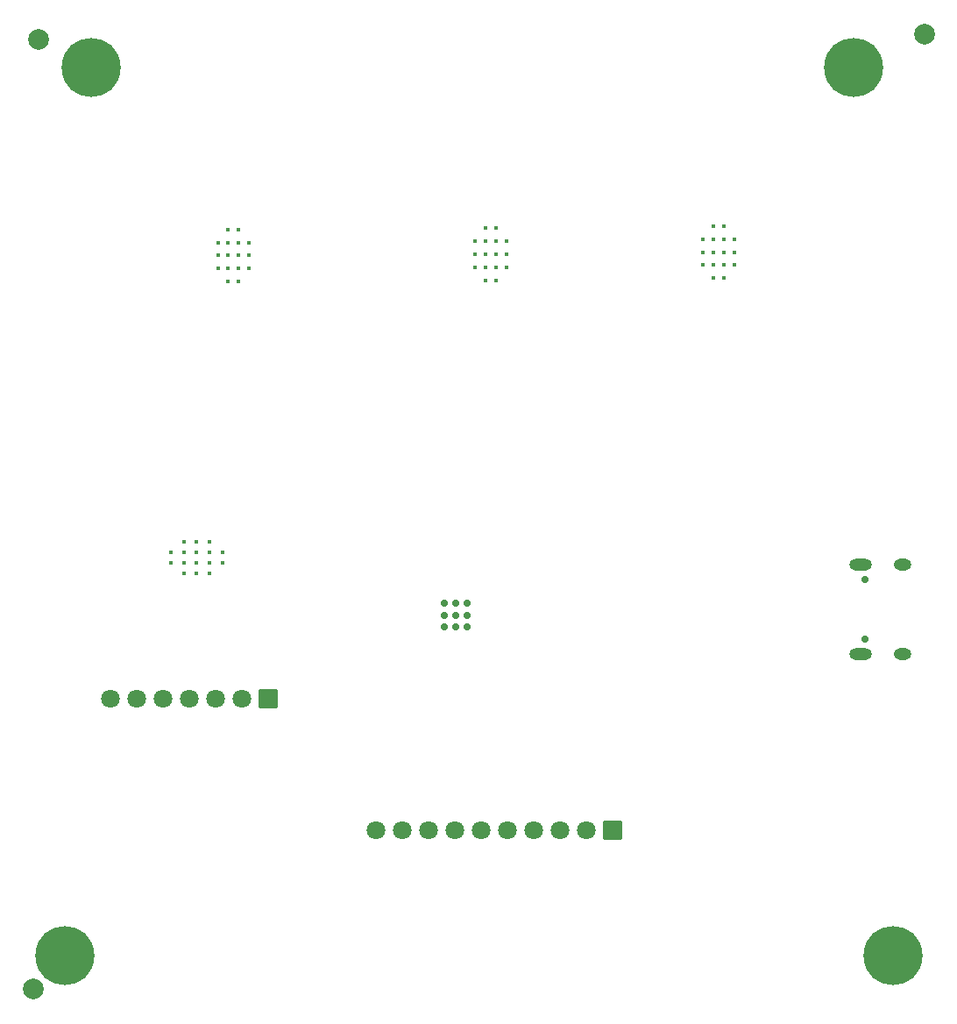
<source format=gbs>
%TF.GenerationSoftware,KiCad,Pcbnew,9.0.1*%
%TF.CreationDate,2025-04-07T21:54:30-07:00*%
%TF.ProjectId,motor_board,6d6f746f-725f-4626-9f61-72642e6b6963,1.1*%
%TF.SameCoordinates,Original*%
%TF.FileFunction,Soldermask,Bot*%
%TF.FilePolarity,Negative*%
%FSLAX46Y46*%
G04 Gerber Fmt 4.6, Leading zero omitted, Abs format (unit mm)*
G04 Created by KiCad (PCBNEW 9.0.1) date 2025-04-07 21:54:30*
%MOMM*%
%LPD*%
G01*
G04 APERTURE LIST*
G04 Aperture macros list*
%AMRoundRect*
0 Rectangle with rounded corners*
0 $1 Rounding radius*
0 $2 $3 $4 $5 $6 $7 $8 $9 X,Y pos of 4 corners*
0 Add a 4 corners polygon primitive as box body*
4,1,4,$2,$3,$4,$5,$6,$7,$8,$9,$2,$3,0*
0 Add four circle primitives for the rounded corners*
1,1,$1+$1,$2,$3*
1,1,$1+$1,$4,$5*
1,1,$1+$1,$6,$7*
1,1,$1+$1,$8,$9*
0 Add four rect primitives between the rounded corners*
20,1,$1+$1,$2,$3,$4,$5,0*
20,1,$1+$1,$4,$5,$6,$7,0*
20,1,$1+$1,$6,$7,$8,$9,0*
20,1,$1+$1,$8,$9,$2,$3,0*%
G04 Aperture macros list end*
%ADD10C,5.701600*%
%ADD11C,0.701600*%
%ADD12O,2.201600X1.101600*%
%ADD13O,1.701600X1.101600*%
%ADD14C,0.401600*%
%ADD15RoundRect,0.050800X-0.850000X0.850000X-0.850000X-0.850000X0.850000X-0.850000X0.850000X0.850000X0*%
%ADD16C,1.801600*%
%ADD17C,2.000000*%
%ADD18RoundRect,0.050800X0.850000X-0.850000X0.850000X0.850000X-0.850000X0.850000X-0.850000X-0.850000X0*%
G04 APERTURE END LIST*
D10*
%TO.C,H1*%
X105946000Y-57564100D03*
%TD*%
%TO.C,H2*%
X103426000Y-143294000D03*
%TD*%
%TO.C,H3*%
X183426100Y-143294100D03*
%TD*%
%TO.C,H4*%
X179606000Y-57564000D03*
%TD*%
D11*
%TO.C,J13*%
X180735000Y-112735000D03*
X180735000Y-106965000D03*
D12*
X180235000Y-114170000D03*
D13*
X184375000Y-114170000D03*
D12*
X180235000Y-105530000D03*
D13*
X184375000Y-105530000D03*
%TD*%
D14*
%TO.C,U9*%
X117366637Y-103383363D03*
X116116637Y-103383363D03*
X114866637Y-103383363D03*
X118616637Y-104383363D03*
X117366637Y-104383363D03*
X116116637Y-104383363D03*
X114866637Y-104383363D03*
X113616637Y-104383363D03*
X118616637Y-105383363D03*
X117366637Y-105383363D03*
X116116637Y-105383363D03*
X114866637Y-105383363D03*
X113616637Y-105383363D03*
X117366637Y-106383363D03*
X116116637Y-106383363D03*
X114866637Y-106383363D03*
%TD*%
D15*
%TO.C,J7*%
X122996637Y-118483363D03*
D16*
X120456637Y-118483363D03*
X117916637Y-118483363D03*
X115376637Y-118483363D03*
X112836637Y-118483363D03*
X110296637Y-118483363D03*
X107756637Y-118483363D03*
%TD*%
D14*
%TO.C,U6*%
X146047132Y-76826933D03*
X146047132Y-75576933D03*
X146047132Y-74326933D03*
X145047132Y-78076933D03*
X145047132Y-76826933D03*
X145047132Y-75576933D03*
X145047132Y-74326933D03*
X145047132Y-73076933D03*
X144047132Y-78076933D03*
X144047132Y-76826933D03*
X144047132Y-75576933D03*
X144047132Y-74326933D03*
X144047132Y-73076933D03*
X143047132Y-76826933D03*
X143047132Y-75576933D03*
X143047132Y-74326933D03*
%TD*%
%TO.C,U1*%
X168047132Y-76626933D03*
X168047132Y-75376933D03*
X168047132Y-74126933D03*
X167047132Y-77876933D03*
X167047132Y-76626933D03*
X167047132Y-75376933D03*
X167047132Y-74126933D03*
X167047132Y-72876933D03*
X166047132Y-77876933D03*
X166047132Y-76626933D03*
X166047132Y-75376933D03*
X166047132Y-74126933D03*
X166047132Y-72876933D03*
X165047132Y-76626933D03*
X165047132Y-75376933D03*
X165047132Y-74126933D03*
%TD*%
%TO.C,U8*%
X121172132Y-76951933D03*
X121172132Y-75701933D03*
X121172132Y-74451933D03*
X120172132Y-78201933D03*
X120172132Y-76951933D03*
X120172132Y-75701933D03*
X120172132Y-74451933D03*
X120172132Y-73201933D03*
X119172132Y-78201933D03*
X119172132Y-76951933D03*
X119172132Y-75701933D03*
X119172132Y-74451933D03*
X119172132Y-73201933D03*
X118172132Y-76951933D03*
X118172132Y-75701933D03*
X118172132Y-74451933D03*
%TD*%
D11*
%TO.C,U2*%
X142277433Y-109290567D03*
X141144100Y-109290567D03*
X140010767Y-109290567D03*
X142277433Y-110423900D03*
X141144100Y-110423900D03*
X140010767Y-110423900D03*
X142277433Y-111557233D03*
X141144100Y-111557233D03*
X140010767Y-111557233D03*
%TD*%
D17*
%TO.C,REF1B*%
X186436000Y-54356000D03*
%TD*%
%TO.C,REF2B*%
X100838000Y-54864000D03*
%TD*%
%TO.C,REF3B*%
X100330000Y-146558000D03*
%TD*%
D18*
%TO.C,J5*%
X156282000Y-131200000D03*
D16*
X153742000Y-131200000D03*
X151202000Y-131200000D03*
X148662000Y-131200000D03*
X146122000Y-131200000D03*
X143582000Y-131200000D03*
X141042000Y-131200000D03*
X138502000Y-131200000D03*
X135962000Y-131200000D03*
X133422000Y-131200000D03*
%TD*%
M02*

</source>
